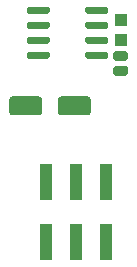
<source format=gbs>
G04 #@! TF.GenerationSoftware,KiCad,Pcbnew,7.0.2.1-36-g582732918d-dirty-deb11*
G04 #@! TF.CreationDate,2023-05-22T19:38:29+00:00*
G04 #@! TF.ProjectId,pedalboard-led-ring,70656461-6c62-46f6-9172-642d6c65642d,rev?*
G04 #@! TF.SameCoordinates,Original*
G04 #@! TF.FileFunction,Soldermask,Bot*
G04 #@! TF.FilePolarity,Negative*
%FSLAX46Y46*%
G04 Gerber Fmt 4.6, Leading zero omitted, Abs format (unit mm)*
G04 Created by KiCad (PCBNEW 7.0.2.1-36-g582732918d-dirty-deb11) date 2023-05-22 19:38:29*
%MOMM*%
%LPD*%
G01*
G04 APERTURE LIST*
%ADD10R,1.000000X3.150000*%
%ADD11R,1.000000X1.000000*%
G04 APERTURE END LIST*
G36*
G01*
X91450000Y-54855000D02*
X91450000Y-54555000D01*
G75*
G02*
X91600000Y-54405000I150000J0D01*
G01*
X93250000Y-54405000D01*
G75*
G02*
X93400000Y-54555000I0J-150000D01*
G01*
X93400000Y-54855000D01*
G75*
G02*
X93250000Y-55005000I-150000J0D01*
G01*
X91600000Y-55005000D01*
G75*
G02*
X91450000Y-54855000I0J150000D01*
G01*
G37*
G36*
G01*
X91450000Y-53585000D02*
X91450000Y-53285000D01*
G75*
G02*
X91600000Y-53135000I150000J0D01*
G01*
X93250000Y-53135000D01*
G75*
G02*
X93400000Y-53285000I0J-150000D01*
G01*
X93400000Y-53585000D01*
G75*
G02*
X93250000Y-53735000I-150000J0D01*
G01*
X91600000Y-53735000D01*
G75*
G02*
X91450000Y-53585000I0J150000D01*
G01*
G37*
G36*
G01*
X91450000Y-52315000D02*
X91450000Y-52015000D01*
G75*
G02*
X91600000Y-51865000I150000J0D01*
G01*
X93250000Y-51865000D01*
G75*
G02*
X93400000Y-52015000I0J-150000D01*
G01*
X93400000Y-52315000D01*
G75*
G02*
X93250000Y-52465000I-150000J0D01*
G01*
X91600000Y-52465000D01*
G75*
G02*
X91450000Y-52315000I0J150000D01*
G01*
G37*
G36*
G01*
X91450000Y-51045000D02*
X91450000Y-50745000D01*
G75*
G02*
X91600000Y-50595000I150000J0D01*
G01*
X93250000Y-50595000D01*
G75*
G02*
X93400000Y-50745000I0J-150000D01*
G01*
X93400000Y-51045000D01*
G75*
G02*
X93250000Y-51195000I-150000J0D01*
G01*
X91600000Y-51195000D01*
G75*
G02*
X91450000Y-51045000I0J150000D01*
G01*
G37*
G36*
G01*
X96400000Y-51045000D02*
X96400000Y-50745000D01*
G75*
G02*
X96550000Y-50595000I150000J0D01*
G01*
X98200000Y-50595000D01*
G75*
G02*
X98350000Y-50745000I0J-150000D01*
G01*
X98350000Y-51045000D01*
G75*
G02*
X98200000Y-51195000I-150000J0D01*
G01*
X96550000Y-51195000D01*
G75*
G02*
X96400000Y-51045000I0J150000D01*
G01*
G37*
G36*
G01*
X96400000Y-52315000D02*
X96400000Y-52015000D01*
G75*
G02*
X96550000Y-51865000I150000J0D01*
G01*
X98200000Y-51865000D01*
G75*
G02*
X98350000Y-52015000I0J-150000D01*
G01*
X98350000Y-52315000D01*
G75*
G02*
X98200000Y-52465000I-150000J0D01*
G01*
X96550000Y-52465000D01*
G75*
G02*
X96400000Y-52315000I0J150000D01*
G01*
G37*
G36*
G01*
X96400000Y-53585000D02*
X96400000Y-53285000D01*
G75*
G02*
X96550000Y-53135000I150000J0D01*
G01*
X98200000Y-53135000D01*
G75*
G02*
X98350000Y-53285000I0J-150000D01*
G01*
X98350000Y-53585000D01*
G75*
G02*
X98200000Y-53735000I-150000J0D01*
G01*
X96550000Y-53735000D01*
G75*
G02*
X96400000Y-53585000I0J150000D01*
G01*
G37*
G36*
G01*
X96400000Y-54855000D02*
X96400000Y-54555000D01*
G75*
G02*
X96550000Y-54405000I150000J0D01*
G01*
X98200000Y-54405000D01*
G75*
G02*
X98350000Y-54555000I0J-150000D01*
G01*
X98350000Y-54855000D01*
G75*
G02*
X98200000Y-55005000I-150000J0D01*
G01*
X96550000Y-55005000D01*
G75*
G02*
X96400000Y-54855000I0J150000D01*
G01*
G37*
D10*
X93060000Y-65475000D03*
X93060000Y-70525000D03*
X95600000Y-65475000D03*
X95600000Y-70525000D03*
X98140000Y-65475000D03*
X98140000Y-70525000D03*
G36*
G01*
X89950000Y-59550000D02*
X89950000Y-58450000D01*
G75*
G02*
X90200000Y-58200000I250000J0D01*
G01*
X92475000Y-58200000D01*
G75*
G02*
X92725000Y-58450000I0J-250000D01*
G01*
X92725000Y-59550000D01*
G75*
G02*
X92475000Y-59800000I-250000J0D01*
G01*
X90200000Y-59800000D01*
G75*
G02*
X89950000Y-59550000I0J250000D01*
G01*
G37*
G36*
G01*
X94075000Y-59550000D02*
X94075000Y-58450000D01*
G75*
G02*
X94325000Y-58200000I250000J0D01*
G01*
X96600000Y-58200000D01*
G75*
G02*
X96850000Y-58450000I0J-250000D01*
G01*
X96850000Y-59550000D01*
G75*
G02*
X96600000Y-59800000I-250000J0D01*
G01*
X94325000Y-59800000D01*
G75*
G02*
X94075000Y-59550000I0J250000D01*
G01*
G37*
D11*
X99400000Y-53450000D03*
X99400000Y-51750000D03*
G36*
G01*
X98968750Y-54355000D02*
X99831250Y-54355000D01*
G75*
G02*
X100040000Y-54563750I0J-208750D01*
G01*
X100040000Y-54981250D01*
G75*
G02*
X99831250Y-55190000I-208750J0D01*
G01*
X98968750Y-55190000D01*
G75*
G02*
X98760000Y-54981250I0J208750D01*
G01*
X98760000Y-54563750D01*
G75*
G02*
X98968750Y-54355000I208750J0D01*
G01*
G37*
G36*
G01*
X98968750Y-55610000D02*
X99831250Y-55610000D01*
G75*
G02*
X100040000Y-55818750I0J-208750D01*
G01*
X100040000Y-56236250D01*
G75*
G02*
X99831250Y-56445000I-208750J0D01*
G01*
X98968750Y-56445000D01*
G75*
G02*
X98760000Y-56236250I0J208750D01*
G01*
X98760000Y-55818750D01*
G75*
G02*
X98968750Y-55610000I208750J0D01*
G01*
G37*
M02*

</source>
